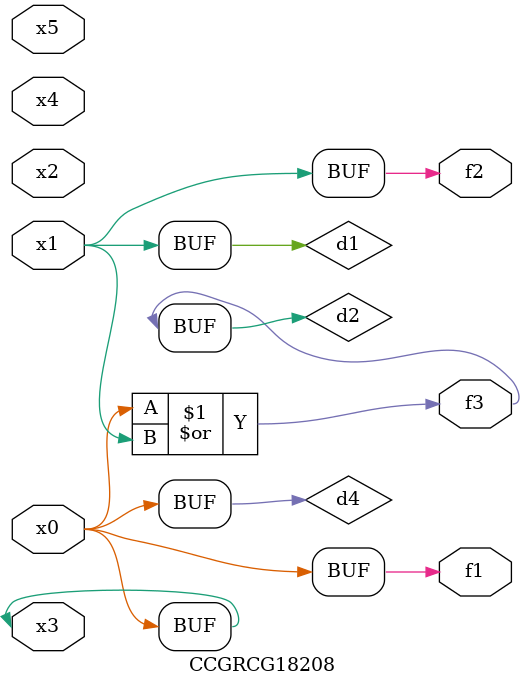
<source format=v>
module CCGRCG18208(
	input x0, x1, x2, x3, x4, x5,
	output f1, f2, f3
);

	wire d1, d2, d3, d4;

	and (d1, x1);
	or (d2, x0, x1);
	nand (d3, x0, x5);
	buf (d4, x0, x3);
	assign f1 = d4;
	assign f2 = d1;
	assign f3 = d2;
endmodule

</source>
